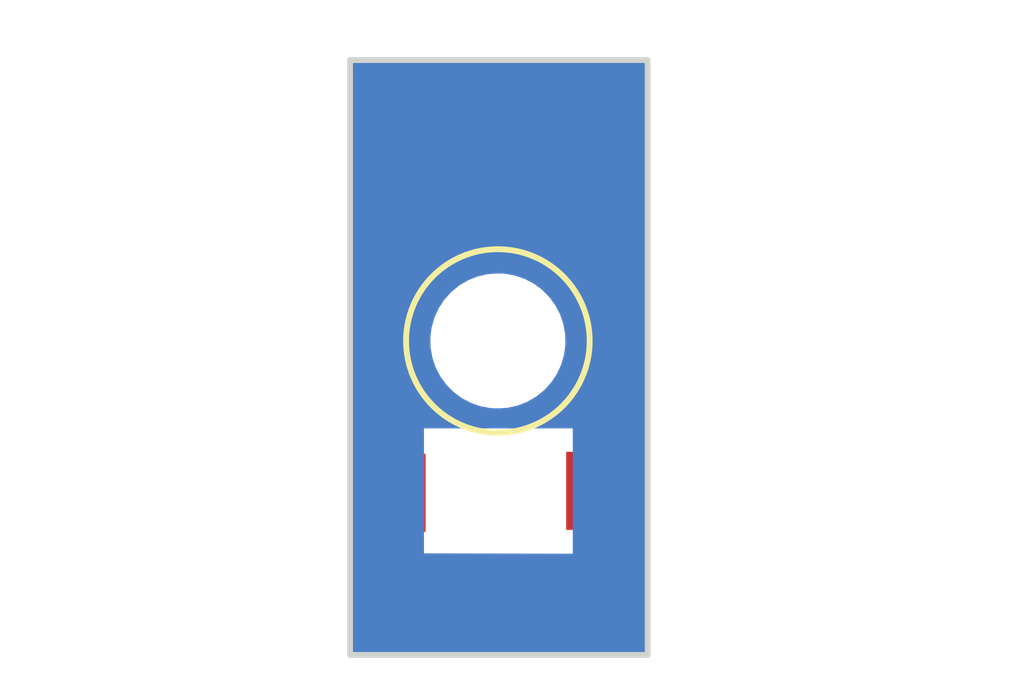
<source format=kicad_pcb>
(kicad_pcb (version 20211014) (generator pcbnew)
  (layers (0 "F.Cu" signal) (31 "B.Cu" signal) (34 "B.Paste" user) (35 "F.Paste" user) (36 "B.SilkS" user "B.Silkscreen") (37 "F.SilkS" user "F.Silkscreen") (38 "B.Mask" user) (39 "F.Mask" user) (44 "Edge.Cuts" user))
  (net 0 "")
  (footprint "PT100OSHPark:4-40 Thru" (layer "F.Cu") (at 140.5 72.41)
    (fp_text reference "e")
    (fp_text value "4-40 Thru")
    (pad "" np_thru_hole circle locked (at 0 0) (size 2.95 2.95) (drill 2.95) (layers *.Cu *.Mask))
  )
  (footprint "PT100OSHPark:SolderConn" (layer "F.Cu") (at 142.748 76.2508)
    (fp_text reference "REF**")
    (fp_text value "SolderConn")
    (pad "1" smd rect locked (at 0 0) (size 1 2) (layers "F.Cu" "F.Paste" "F.Mask"))
  )
  (footprint "PT100OSHPark:SolderConn" (layer "F.Cu") (at 138.1506 76.3016)
    (fp_text reference "REF**")
    (fp_text value "SolderConn")
    (pad "1" smd rect locked (at 0 0) (size 1 2) (layers "F.Cu" "F.Paste" "F.Mask"))
  )
  (footprint "PT100OSHPark:pt100 thru" (layer "F.Cu") (at 140.5256 76.2146)
    (fp_text reference "REF**")
    (fp_text value "pt100 thru")
    (pad "" np_thru_hole circle locked (at -0.75 0) (size 0.397 0.397) (drill 0.397) (layers *.Cu *.Mask))
    (pad "" np_thru_hole circle locked (at 0.75 0) (size 0.397 0.397) (drill 0.397) (layers *.Cu *.Mask))
  )
  (footprint "PT100OSHPark:Amp_4pin" (layer "F.Cu") (at 140.5488 67.7746 180)
    (fp_text reference "REF**")
    (fp_text value "Amp_4pin")
    (pad "1" smd rect (at -1.5 -1.125 180) (size 0.5 1) (layers "F.Cu" "F.Paste" "F.Mask"))
    (pad "2" smd rect (at -0.5 -1.125 180) (size 0.5 1) (layers "F.Cu" "F.Paste" "F.Mask"))
    (pad "3" smd rect (at 0.5 -1.125 180) (size 0.5 1) (layers "F.Cu" "F.Paste" "F.Mask"))
    (pad "4" smd rect (at 1.5 -1.125 180) (size 0.5 1) (layers "F.Cu" "F.Paste" "F.Mask"))
    (pad "5" smd rect (at -2.25 1.125 180) (size 1.2 1.7) (layers "F.Cu" "F.Paste" "F.Mask"))
    (pad "6" smd rect (at 2.25 1.125 180) (size 1.2 1.7) (layers "F.Cu" "F.Paste" "F.Mask"))
  )
  (gr_circle (center 140.5 72.41) (end 142.85 72.41) (layer "F.SilkS") (width 0.15) (fill none))
  (gr_line (start 136.7156 80.4546) (end 144.3356 80.4546) (layer "Edge.Cuts") (width 0.15))
  (gr_line (start 144.3356 80.4546) (end 144.3356 65.2146) (layer "Edge.Cuts") (width 0.15))
  (gr_line (start 136.7156 80.4546) (end 136.7156 65.2146) (layer "Edge.Cuts") (width 0.15))
  (gr_line (start 136.7156 65.2146) (end 144.3356 65.2146) (layer "Edge.Cuts") (width 0.15))
  (segment (start 138.1506 71.3486) (end 138.1506 76.3016) (width 0.25) (layer "F.Cu") (net 0))
  (segment (start 142.748 71.12) (end 142.748 76.2508) (width 0.25) (layer "F.Cu") (net 0))
  (segment (start 137.0584 69.4944) (end 137.0584 75.7428) (width 0.25) (layer "F.Cu") (net 0))
  (segment (start 144.018 69.4436) (end 144.018 75.7428) (width 0.25) (layer "F.Cu") (net 0))
  (segment (start 143.4592 68.8848) (end 144.018 69.4436) (width 0.25) (layer "F.Cu") (net 0))
  (segment (start 144.018 75.7428) (end 143.51 76.2508) (width 0.25) (layer "F.Cu") (net 0))
  (segment (start 141.0488 68.8996) (end 141.0488 69.441) (width 0.25) (layer "F.Cu") (net 0))
  (segment (start 143.4444 68.8996) (end 143.4592 68.8848) (width 0.25) (layer "F.Cu") (net 0))
  (segment (start 141.0488 69.441) (end 141.0462 69.4436) (width 0.25) (layer "F.Cu") (net 0))
  (segment (start 137.6172 76.3016) (end 138.1506 76.3016) (width 0.25) (layer "F.Cu") (net 0))
  (segment (start 140.0488 69.4504) (end 138.1506 71.3486) (width 0.25) (layer "F.Cu") (net 0))
  (segment (start 141.0462 69.4436) (end 142.7226 71.12) (width 0.25) (layer "F.Cu") (net 0))
  (segment (start 142.0488 68.8996) (end 143.4444 68.8996) (width 0.25) (layer "F.Cu") (net 0))
  (segment (start 139.0488 68.8996) (end 137.6532 68.8996) (width 0.25) (layer "F.Cu") (net 0))
  (segment (start 142.7226 71.12) (end 142.748 71.12) (width 0.25) (layer "F.Cu") (net 0))
  (segment (start 143.51 76.2508) (end 142.748 76.2508) (width 0.25) (layer "F.Cu") (net 0))
  (segment (start 140.0488 68.8996) (end 140.0488 69.4504) (width 0.25) (layer "F.Cu") (net 0))
  (segment (start 137.0584 75.7428) (end 137.6172 76.3016) (width 0.25) (layer "F.Cu") (net 0))
  (segment (start 137.6532 68.8996) (end 137.0584 69.4944) (width 0.25) (layer "F.Cu") (net 0))
  (zone (net 0) (net_name "") (layer "B.Cu") (connect_pads yes (clearance 0)) (min_thickness 0.254) (fill yes (thermal_gap 0.508) (thermal_bridge_width 0.508))
    (polygon (pts (xy 144.272 65.2018) (xy 144.2974 80.4164) (xy 136.7282 80.391) (xy 136.7028 65.2018)))
  )
  (zone (net 0) (net_name "") (layer "B.Cu") (connect_pads (clearance 0)) (min_thickness 0.254)
    (keepout (tracks not_allowed) (vias not_allowed) (pads not_allowed) (copperpour not_allowed) (footprints allowed))
    (fill (thermal_gap 0.508) (thermal_bridge_width 0.508))
    (polygon (pts (xy 142.4178 77.86) (xy 138.6078 77.851) (xy 138.6078 74.6506) (xy 142.4178 74.6506)))
  )
)
</source>
